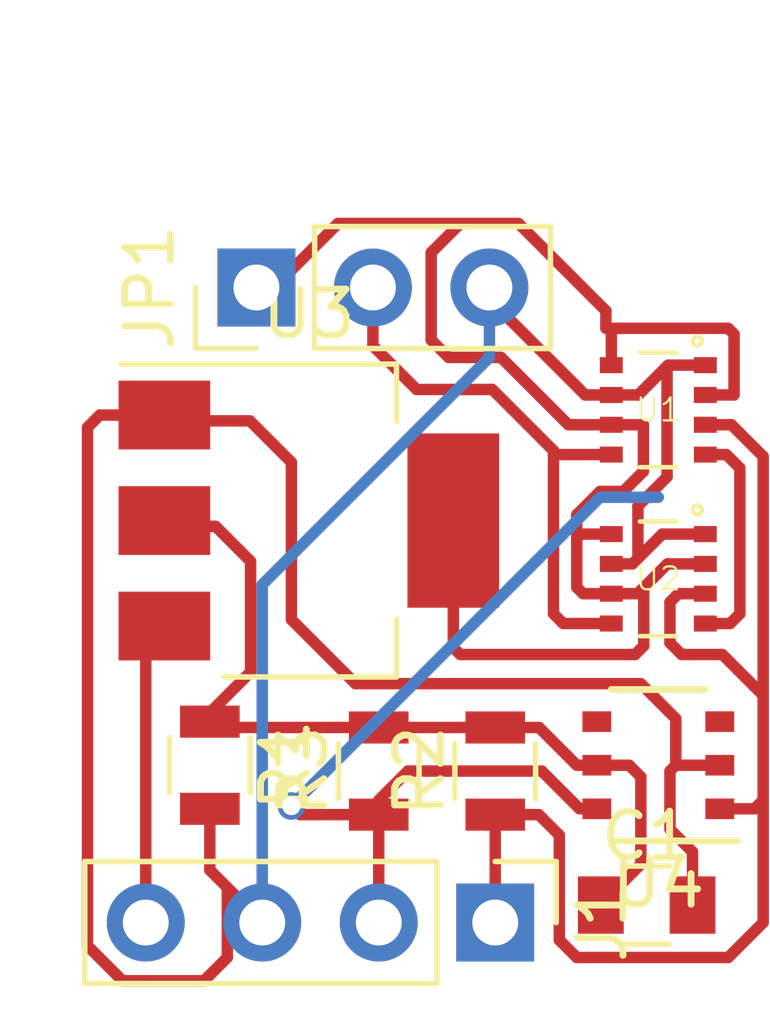
<source format=kicad_pcb>
(kicad_pcb (version 4) (host pcbnew 4.0.6-e0-6349~53~ubuntu16.04.1)

  (general
    (links 33)
    (no_connects 2)
    (area 0 0 0 0)
    (thickness 1.6)
    (drawings 0)
    (tracks 148)
    (zones 0)
    (modules 10)
    (nets 7)
  )

  (page A4)
  (layers
    (0 F.Cu signal)
    (31 B.Cu signal)
    (32 B.Adhes user)
    (33 F.Adhes user)
    (34 B.Paste user)
    (35 F.Paste user)
    (36 B.SilkS user)
    (37 F.SilkS user)
    (38 B.Mask user)
    (39 F.Mask user)
    (40 Dwgs.User user)
    (41 Cmts.User user)
    (42 Eco1.User user)
    (43 Eco2.User user)
    (44 Edge.Cuts user)
    (45 Margin user)
    (46 B.CrtYd user)
    (47 F.CrtYd user)
    (48 B.Fab user)
    (49 F.Fab user)
  )

  (setup
    (last_trace_width 0.25)
    (trace_clearance 0.2)
    (zone_clearance 0.508)
    (zone_45_only no)
    (trace_min 0.2)
    (segment_width 0.2)
    (edge_width 0.15)
    (via_size 1.6)
    (via_drill 0.8)
    (via_min_size 0.4)
    (via_min_drill 0.3)
    (uvia_size 0.3)
    (uvia_drill 0.1)
    (uvias_allowed no)
    (uvia_min_size 0.2)
    (uvia_min_drill 0.1)
    (pcb_text_width 0.3)
    (pcb_text_size 1.5 1.5)
    (mod_edge_width 0.15)
    (mod_text_size 1 1)
    (mod_text_width 0.15)
    (pad_size 1.524 1.524)
    (pad_drill 0.762)
    (pad_to_mask_clearance 0.2)
    (aux_axis_origin 0 0)
    (visible_elements FFFFFF7F)
    (pcbplotparams
      (layerselection 0x00030_80000001)
      (usegerberextensions false)
      (excludeedgelayer true)
      (linewidth 0.100000)
      (plotframeref false)
      (viasonmask false)
      (mode 1)
      (useauxorigin false)
      (hpglpennumber 1)
      (hpglpenspeed 20)
      (hpglpendiameter 15)
      (hpglpenoverlay 2)
      (psnegative false)
      (psa4output false)
      (plotreference true)
      (plotvalue true)
      (plotinvisibletext false)
      (padsonsilk false)
      (subtractmaskfromsilk false)
      (outputformat 1)
      (mirror false)
      (drillshape 1)
      (scaleselection 1)
      (outputdirectory ""))
  )

  (net 0 "")
  (net 1 +3V3)
  (net 2 GND)
  (net 3 SDA)
  (net 4 SCL)
  (net 5 +5V)
  (net 6 "Net-(JP1-Pad2)")

  (net_class Default "This is the default net class."
    (clearance 0.2)
    (trace_width 0.25)
    (via_dia 1.6)
    (via_drill 0.8)
    (uvia_dia 0.3)
    (uvia_drill 0.1)
    (add_net +3V3)
    (add_net +5V)
    (add_net GND)
    (add_net "Net-(JP1-Pad2)")
    (add_net SCL)
    (add_net SDA)
  )

  (module Housings_DFN_QFN:DFN-6-1EP_3x3mm_Pitch0.95mm (layer F.Cu) (tedit 596E07CE) (tstamp 596E07B0)
    (at 137.668 115.189 180)
    (descr "DFN6 3*3 MM, 0.95 PITCH; CASE 506AH-01 (see ON Semiconductor 506AH.PDF)")
    (tags "DFN 0.95")
    (path /596E0897)
    (attr smd)
    (fp_text reference U4 (at 0 -2.575 180) (layer F.SilkS)
      (effects (font (size 1 1) (thickness 0.15)))
    )
    (fp_text value SHT21 (at 0 2.575 180) (layer F.Fab)
      (effects (font (size 1 1) (thickness 0.15)))
    )
    (fp_line (start -0.5 -1.5) (end 1.5 -1.5) (layer F.Fab) (width 0.15))
    (fp_line (start 1.5 -1.5) (end 1.5 1.5) (layer F.Fab) (width 0.15))
    (fp_line (start 1.5 1.5) (end -1.5 1.5) (layer F.Fab) (width 0.15))
    (fp_line (start -1.5 1.5) (end -1.5 -0.5) (layer F.Fab) (width 0.15))
    (fp_line (start -1.5 -0.5) (end -0.5 -1.5) (layer F.Fab) (width 0.15))
    (fp_line (start -1.9 -1.85) (end -1.9 1.85) (layer F.CrtYd) (width 0.05))
    (fp_line (start 1.9 -1.85) (end 1.9 1.85) (layer F.CrtYd) (width 0.05))
    (fp_line (start -1.9 -1.85) (end 1.9 -1.85) (layer F.CrtYd) (width 0.05))
    (fp_line (start -1.9 1.85) (end 1.9 1.85) (layer F.CrtYd) (width 0.05))
    (fp_line (start -1.025 1.65) (end 1.025 1.65) (layer F.SilkS) (width 0.15))
    (fp_line (start -1.73 -1.65) (end 1.025 -1.65) (layer F.SilkS) (width 0.15))
    (pad 1 smd rect (at -1.34 -0.95 180) (size 0.63 0.45) (layers F.Cu F.Paste F.Mask)
      (net 3 SDA))
    (pad 2 smd rect (at -1.34 0 180) (size 0.63 0.45) (layers F.Cu F.Paste F.Mask)
      (net 2 GND))
    (pad 3 smd rect (at -1.34 0.95 180) (size 0.63 0.45) (layers F.Cu F.Paste F.Mask))
    (pad 4 smd rect (at 1.34 0.95 180) (size 0.63 0.45) (layers F.Cu F.Paste F.Mask))
    (pad 5 smd rect (at 1.34 0 180) (size 0.63 0.45) (layers F.Cu F.Paste F.Mask)
      (net 1 +3V3))
    (pad 6 smd rect (at 1.34 -0.95 180) (size 0.63 0.45) (layers F.Cu F.Paste F.Mask)
      (net 4 SCL))
    (model Housings_DFN_QFN.3dshapes/DFN-6-1EP_3x3mm_Pitch0.95mm.wrl
      (at (xyz 0 0 0))
      (scale (xyz 1 1 1))
      (rotate (xyz 0 0 0))
    )
  )

  (module TO_SOT_Packages_SMD:SOT-223 (layer F.Cu) (tedit 596E0775) (tstamp 596E07A2)
    (at 130.048 109.855)
    (descr "module CMS SOT223 4 pins")
    (tags "CMS SOT")
    (path /596DFE49)
    (attr smd)
    (fp_text reference U3 (at 0 -4.5) (layer F.SilkS)
      (effects (font (size 1 1) (thickness 0.15)))
    )
    (fp_text value LD1117S33TR (at 0 4.5) (layer F.Fab)
      (effects (font (size 1 1) (thickness 0.15)))
    )
    (fp_text user %R (at 0 0) (layer F.Fab)
      (effects (font (size 0.8 0.8) (thickness 0.12)))
    )
    (fp_line (start -1.85 -2.3) (end -0.8 -3.35) (layer F.Fab) (width 0.1))
    (fp_line (start 1.91 3.41) (end 1.91 2.15) (layer F.SilkS) (width 0.12))
    (fp_line (start 1.91 -3.41) (end 1.91 -2.15) (layer F.SilkS) (width 0.12))
    (fp_line (start 4.4 -3.6) (end -4.4 -3.6) (layer F.CrtYd) (width 0.05))
    (fp_line (start 4.4 3.6) (end 4.4 -3.6) (layer F.CrtYd) (width 0.05))
    (fp_line (start -4.4 3.6) (end 4.4 3.6) (layer F.CrtYd) (width 0.05))
    (fp_line (start -4.4 -3.6) (end -4.4 3.6) (layer F.CrtYd) (width 0.05))
    (fp_line (start -1.85 -2.3) (end -1.85 3.35) (layer F.Fab) (width 0.1))
    (fp_line (start -1.85 3.41) (end 1.91 3.41) (layer F.SilkS) (width 0.12))
    (fp_line (start -0.8 -3.35) (end 1.85 -3.35) (layer F.Fab) (width 0.1))
    (fp_line (start -4.1 -3.41) (end 1.91 -3.41) (layer F.SilkS) (width 0.12))
    (fp_line (start -1.85 3.35) (end 1.85 3.35) (layer F.Fab) (width 0.1))
    (fp_line (start 1.85 -3.35) (end 1.85 3.35) (layer F.Fab) (width 0.1))
    (pad 2 smd rect (at 3.15 0) (size 2 3.8) (layers F.Cu F.Paste F.Mask)
      (net 1 +3V3))
    (pad 2 smd rect (at -3.15 0) (size 2 1.5) (layers F.Cu F.Paste F.Mask)
      (net 1 +3V3))
    (pad 3 smd rect (at -3.15 2.3) (size 2 1.5) (layers F.Cu F.Paste F.Mask)
      (net 5 +5V))
    (pad 1 smd rect (at -3.15 -2.3) (size 2 1.5) (layers F.Cu F.Paste F.Mask)
      (net 2 GND))
    (model ${KISYS3DMOD}/TO_SOT_Packages_SMD.3dshapes/SOT-223.wrl
      (at (xyz 0 0 0))
      (scale (xyz 1 1 1))
      (rotate (xyz 0 0 0))
    )
  )

  (module Capacitors_SMD:C_0805 (layer F.Cu) (tedit 58AA8463) (tstamp 596E0761)
    (at 137.414 118.237)
    (descr "Capacitor SMD 0805, reflow soldering, AVX (see smccp.pdf)")
    (tags "capacitor 0805")
    (path /596DFFD0)
    (attr smd)
    (fp_text reference C1 (at 0 -1.5) (layer F.SilkS)
      (effects (font (size 1 1) (thickness 0.15)))
    )
    (fp_text value C (at 0 1.75) (layer F.Fab)
      (effects (font (size 1 1) (thickness 0.15)))
    )
    (fp_text user %R (at 0 -1.5) (layer F.Fab)
      (effects (font (size 1 1) (thickness 0.15)))
    )
    (fp_line (start -1 0.62) (end -1 -0.62) (layer F.Fab) (width 0.1))
    (fp_line (start 1 0.62) (end -1 0.62) (layer F.Fab) (width 0.1))
    (fp_line (start 1 -0.62) (end 1 0.62) (layer F.Fab) (width 0.1))
    (fp_line (start -1 -0.62) (end 1 -0.62) (layer F.Fab) (width 0.1))
    (fp_line (start 0.5 -0.85) (end -0.5 -0.85) (layer F.SilkS) (width 0.12))
    (fp_line (start -0.5 0.85) (end 0.5 0.85) (layer F.SilkS) (width 0.12))
    (fp_line (start -1.75 -0.88) (end 1.75 -0.88) (layer F.CrtYd) (width 0.05))
    (fp_line (start -1.75 -0.88) (end -1.75 0.87) (layer F.CrtYd) (width 0.05))
    (fp_line (start 1.75 0.87) (end 1.75 -0.88) (layer F.CrtYd) (width 0.05))
    (fp_line (start 1.75 0.87) (end -1.75 0.87) (layer F.CrtYd) (width 0.05))
    (pad 1 smd rect (at -1 0) (size 1 1.25) (layers F.Cu F.Paste F.Mask)
      (net 1 +3V3))
    (pad 2 smd rect (at 1 0) (size 1 1.25) (layers F.Cu F.Paste F.Mask)
      (net 2 GND))
    (model Capacitors_SMD.3dshapes/C_0805.wrl
      (at (xyz 0 0 0))
      (scale (xyz 1 1 1))
      (rotate (xyz 0 0 0))
    )
  )

  (module Pin_Headers:Pin_Header_Straight_1x04_Pitch2.54mm (layer F.Cu) (tedit 59650532) (tstamp 596E0769)
    (at 134.112 118.618 270)
    (descr "Through hole straight pin header, 1x04, 2.54mm pitch, single row")
    (tags "Through hole pin header THT 1x04 2.54mm single row")
    (path /596DFEA8)
    (fp_text reference J1 (at 0 -2.33 270) (layer F.SilkS)
      (effects (font (size 1 1) (thickness 0.15)))
    )
    (fp_text value i2c (at 0 9.95 270) (layer F.Fab)
      (effects (font (size 1 1) (thickness 0.15)))
    )
    (fp_line (start -0.635 -1.27) (end 1.27 -1.27) (layer F.Fab) (width 0.1))
    (fp_line (start 1.27 -1.27) (end 1.27 8.89) (layer F.Fab) (width 0.1))
    (fp_line (start 1.27 8.89) (end -1.27 8.89) (layer F.Fab) (width 0.1))
    (fp_line (start -1.27 8.89) (end -1.27 -0.635) (layer F.Fab) (width 0.1))
    (fp_line (start -1.27 -0.635) (end -0.635 -1.27) (layer F.Fab) (width 0.1))
    (fp_line (start -1.33 8.95) (end 1.33 8.95) (layer F.SilkS) (width 0.12))
    (fp_line (start -1.33 1.27) (end -1.33 8.95) (layer F.SilkS) (width 0.12))
    (fp_line (start 1.33 1.27) (end 1.33 8.95) (layer F.SilkS) (width 0.12))
    (fp_line (start -1.33 1.27) (end 1.33 1.27) (layer F.SilkS) (width 0.12))
    (fp_line (start -1.33 0) (end -1.33 -1.33) (layer F.SilkS) (width 0.12))
    (fp_line (start -1.33 -1.33) (end 0 -1.33) (layer F.SilkS) (width 0.12))
    (fp_line (start -1.8 -1.8) (end -1.8 9.4) (layer F.CrtYd) (width 0.05))
    (fp_line (start -1.8 9.4) (end 1.8 9.4) (layer F.CrtYd) (width 0.05))
    (fp_line (start 1.8 9.4) (end 1.8 -1.8) (layer F.CrtYd) (width 0.05))
    (fp_line (start 1.8 -1.8) (end -1.8 -1.8) (layer F.CrtYd) (width 0.05))
    (fp_text user %R (at 0 3.81 360) (layer F.Fab)
      (effects (font (size 1 1) (thickness 0.15)))
    )
    (pad 1 thru_hole rect (at 0 0 270) (size 1.7 1.7) (drill 1) (layers *.Cu *.Mask)
      (net 3 SDA))
    (pad 2 thru_hole oval (at 0 2.54 270) (size 1.7 1.7) (drill 1) (layers *.Cu *.Mask)
      (net 4 SCL))
    (pad 3 thru_hole oval (at 0 5.08 270) (size 1.7 1.7) (drill 1) (layers *.Cu *.Mask)
      (net 2 GND))
    (pad 4 thru_hole oval (at 0 7.62 270) (size 1.7 1.7) (drill 1) (layers *.Cu *.Mask)
      (net 5 +5V))
    (model ${KISYS3DMOD}/Pin_Headers.3dshapes/Pin_Header_Straight_1x04_Pitch2.54mm.wrl
      (at (xyz 0 0 0))
      (scale (xyz 1 1 1))
      (rotate (xyz 0 0 0))
    )
  )

  (module Resistors_SMD:R_0805 (layer F.Cu) (tedit 58E0A804) (tstamp 596E0776)
    (at 127.889 115.189 270)
    (descr "Resistor SMD 0805, reflow soldering, Vishay (see dcrcw.pdf)")
    (tags "resistor 0805")
    (path /596E00CB)
    (attr smd)
    (fp_text reference R1 (at 0 -1.65 270) (layer F.SilkS)
      (effects (font (size 1 1) (thickness 0.15)))
    )
    (fp_text value R (at 0 1.75 270) (layer F.Fab)
      (effects (font (size 1 1) (thickness 0.15)))
    )
    (fp_text user %R (at 0 0 270) (layer F.Fab)
      (effects (font (size 0.5 0.5) (thickness 0.075)))
    )
    (fp_line (start -1 0.62) (end -1 -0.62) (layer F.Fab) (width 0.1))
    (fp_line (start 1 0.62) (end -1 0.62) (layer F.Fab) (width 0.1))
    (fp_line (start 1 -0.62) (end 1 0.62) (layer F.Fab) (width 0.1))
    (fp_line (start -1 -0.62) (end 1 -0.62) (layer F.Fab) (width 0.1))
    (fp_line (start 0.6 0.88) (end -0.6 0.88) (layer F.SilkS) (width 0.12))
    (fp_line (start -0.6 -0.88) (end 0.6 -0.88) (layer F.SilkS) (width 0.12))
    (fp_line (start -1.55 -0.9) (end 1.55 -0.9) (layer F.CrtYd) (width 0.05))
    (fp_line (start -1.55 -0.9) (end -1.55 0.9) (layer F.CrtYd) (width 0.05))
    (fp_line (start 1.55 0.9) (end 1.55 -0.9) (layer F.CrtYd) (width 0.05))
    (fp_line (start 1.55 0.9) (end -1.55 0.9) (layer F.CrtYd) (width 0.05))
    (pad 1 smd rect (at -0.95 0 270) (size 0.7 1.3) (layers F.Cu F.Paste F.Mask)
      (net 1 +3V3))
    (pad 2 smd rect (at 0.95 0 270) (size 0.7 1.3) (layers F.Cu F.Paste F.Mask)
      (net 2 GND))
    (model ${KISYS3DMOD}/Resistors_SMD.3dshapes/R_0805.wrl
      (at (xyz 0 0 0))
      (scale (xyz 1 1 1))
      (rotate (xyz 0 0 0))
    )
  )

  (module Resistors_SMD:R_0805 (layer F.Cu) (tedit 58E0A804) (tstamp 596E077C)
    (at 134.112 115.316 90)
    (descr "Resistor SMD 0805, reflow soldering, Vishay (see dcrcw.pdf)")
    (tags "resistor 0805")
    (path /596E002D)
    (attr smd)
    (fp_text reference R2 (at 0 -1.65 90) (layer F.SilkS)
      (effects (font (size 1 1) (thickness 0.15)))
    )
    (fp_text value R (at 0 1.75 90) (layer F.Fab)
      (effects (font (size 1 1) (thickness 0.15)))
    )
    (fp_text user %R (at 0 0 90) (layer F.Fab)
      (effects (font (size 0.5 0.5) (thickness 0.075)))
    )
    (fp_line (start -1 0.62) (end -1 -0.62) (layer F.Fab) (width 0.1))
    (fp_line (start 1 0.62) (end -1 0.62) (layer F.Fab) (width 0.1))
    (fp_line (start 1 -0.62) (end 1 0.62) (layer F.Fab) (width 0.1))
    (fp_line (start -1 -0.62) (end 1 -0.62) (layer F.Fab) (width 0.1))
    (fp_line (start 0.6 0.88) (end -0.6 0.88) (layer F.SilkS) (width 0.12))
    (fp_line (start -0.6 -0.88) (end 0.6 -0.88) (layer F.SilkS) (width 0.12))
    (fp_line (start -1.55 -0.9) (end 1.55 -0.9) (layer F.CrtYd) (width 0.05))
    (fp_line (start -1.55 -0.9) (end -1.55 0.9) (layer F.CrtYd) (width 0.05))
    (fp_line (start 1.55 0.9) (end 1.55 -0.9) (layer F.CrtYd) (width 0.05))
    (fp_line (start 1.55 0.9) (end -1.55 0.9) (layer F.CrtYd) (width 0.05))
    (pad 1 smd rect (at -0.95 0 90) (size 0.7 1.3) (layers F.Cu F.Paste F.Mask)
      (net 3 SDA))
    (pad 2 smd rect (at 0.95 0 90) (size 0.7 1.3) (layers F.Cu F.Paste F.Mask)
      (net 1 +3V3))
    (model ${KISYS3DMOD}/Resistors_SMD.3dshapes/R_0805.wrl
      (at (xyz 0 0 0))
      (scale (xyz 1 1 1))
      (rotate (xyz 0 0 0))
    )
  )

  (module Resistors_SMD:R_0805 (layer F.Cu) (tedit 58E0A804) (tstamp 596E0782)
    (at 131.572 115.316 90)
    (descr "Resistor SMD 0805, reflow soldering, Vishay (see dcrcw.pdf)")
    (tags "resistor 0805")
    (path /596E008C)
    (attr smd)
    (fp_text reference R3 (at 0 -1.65 90) (layer F.SilkS)
      (effects (font (size 1 1) (thickness 0.15)))
    )
    (fp_text value R (at 0 1.75 90) (layer F.Fab)
      (effects (font (size 1 1) (thickness 0.15)))
    )
    (fp_text user %R (at 0 0 90) (layer F.Fab)
      (effects (font (size 0.5 0.5) (thickness 0.075)))
    )
    (fp_line (start -1 0.62) (end -1 -0.62) (layer F.Fab) (width 0.1))
    (fp_line (start 1 0.62) (end -1 0.62) (layer F.Fab) (width 0.1))
    (fp_line (start 1 -0.62) (end 1 0.62) (layer F.Fab) (width 0.1))
    (fp_line (start -1 -0.62) (end 1 -0.62) (layer F.Fab) (width 0.1))
    (fp_line (start 0.6 0.88) (end -0.6 0.88) (layer F.SilkS) (width 0.12))
    (fp_line (start -0.6 -0.88) (end 0.6 -0.88) (layer F.SilkS) (width 0.12))
    (fp_line (start -1.55 -0.9) (end 1.55 -0.9) (layer F.CrtYd) (width 0.05))
    (fp_line (start -1.55 -0.9) (end -1.55 0.9) (layer F.CrtYd) (width 0.05))
    (fp_line (start 1.55 0.9) (end 1.55 -0.9) (layer F.CrtYd) (width 0.05))
    (fp_line (start 1.55 0.9) (end -1.55 0.9) (layer F.CrtYd) (width 0.05))
    (pad 1 smd rect (at -0.95 0 90) (size 0.7 1.3) (layers F.Cu F.Paste F.Mask)
      (net 4 SCL))
    (pad 2 smd rect (at 0.95 0 90) (size 0.7 1.3) (layers F.Cu F.Paste F.Mask)
      (net 1 +3V3))
    (model ${KISYS3DMOD}/Resistors_SMD.3dshapes/R_0805.wrl
      (at (xyz 0 0 0))
      (scale (xyz 1 1 1))
      (rotate (xyz 0 0 0))
    )
  )

  (module bosch:BME280 (layer F.Cu) (tedit 5860E766) (tstamp 596E078E)
    (at 137.668 107.442)
    (path /596E0124)
    (attr smd)
    (fp_text reference U1 (at 0 0) (layer F.SilkS)
      (effects (font (size 0.5 0.5) (thickness 0.05)))
    )
    (fp_text value BMXX80 (at 0 0) (layer F.Fab)
      (effects (font (size 0.5 0.5) (thickness 0.05)))
    )
    (fp_line (start -0.4 1.25) (end 0.4 1.25) (layer F.SilkS) (width 0.1))
    (fp_line (start -0.4 -1.25) (end 0.4 -1.25) (layer F.SilkS) (width 0.1))
    (fp_circle (center 0.85 -1.5) (end 0.85 -1.6) (layer F.SilkS) (width 0.1))
    (pad 1 smd rect (at 1.025 -0.975) (size 0.5 0.35) (layers F.Cu F.Paste F.Mask)
      (net 2 GND))
    (pad 2 smd rect (at 1.025 -0.325) (size 0.5 0.35) (layers F.Cu F.Paste F.Mask)
      (net 1 +3V3))
    (pad 3 smd rect (at 1.025 0.325) (size 0.5 0.35) (layers F.Cu F.Paste F.Mask)
      (net 3 SDA))
    (pad 4 smd rect (at 1.025 0.975) (size 0.5 0.35) (layers F.Cu F.Paste F.Mask)
      (net 4 SCL))
    (pad 5 smd rect (at -1.025 0.975) (size 0.5 0.35) (layers F.Cu F.Paste F.Mask)
      (net 6 "Net-(JP1-Pad2)"))
    (pad 6 smd rect (at -1.025 0.325) (size 0.5 0.35) (layers F.Cu F.Paste F.Mask)
      (net 1 +3V3))
    (pad 7 smd rect (at -1.025 -0.325) (size 0.5 0.35) (layers F.Cu F.Paste F.Mask)
      (net 2 GND))
    (pad 8 smd rect (at -1.025 -0.975) (size 0.5 0.35) (layers F.Cu F.Paste F.Mask)
      (net 1 +3V3))
    (model Housings_DFN_QFN.3dshapes/DFN-8-1EP_2x2mm_Pitch0.5mm.wrl
      (at (xyz 0 0 0))
      (scale (xyz 1.2 1.2 1.2))
      (rotate (xyz 0 0 0))
    )
  )

  (module bosch:BME280 (layer F.Cu) (tedit 5860E766) (tstamp 596E079A)
    (at 137.668 111.125)
    (path /596E0098)
    (attr smd)
    (fp_text reference U2 (at 0 0) (layer F.SilkS)
      (effects (font (size 0.5 0.5) (thickness 0.05)))
    )
    (fp_text value BMXX80 (at 0 0) (layer F.Fab)
      (effects (font (size 0.5 0.5) (thickness 0.05)))
    )
    (fp_line (start -0.4 1.25) (end 0.4 1.25) (layer F.SilkS) (width 0.1))
    (fp_line (start -0.4 -1.25) (end 0.4 -1.25) (layer F.SilkS) (width 0.1))
    (fp_circle (center 0.85 -1.5) (end 0.85 -1.6) (layer F.SilkS) (width 0.1))
    (pad 1 smd rect (at 1.025 -0.975) (size 0.5 0.35) (layers F.Cu F.Paste F.Mask)
      (net 2 GND))
    (pad 2 smd rect (at 1.025 -0.325) (size 0.5 0.35) (layers F.Cu F.Paste F.Mask)
      (net 1 +3V3))
    (pad 3 smd rect (at 1.025 0.325) (size 0.5 0.35) (layers F.Cu F.Paste F.Mask)
      (net 3 SDA))
    (pad 4 smd rect (at 1.025 0.975) (size 0.5 0.35) (layers F.Cu F.Paste F.Mask)
      (net 4 SCL))
    (pad 5 smd rect (at -1.025 0.975) (size 0.5 0.35) (layers F.Cu F.Paste F.Mask)
      (net 6 "Net-(JP1-Pad2)"))
    (pad 6 smd rect (at -1.025 0.325) (size 0.5 0.35) (layers F.Cu F.Paste F.Mask)
      (net 1 +3V3))
    (pad 7 smd rect (at -1.025 -0.325) (size 0.5 0.35) (layers F.Cu F.Paste F.Mask)
      (net 2 GND))
    (pad 8 smd rect (at -1.025 -0.975) (size 0.5 0.35) (layers F.Cu F.Paste F.Mask)
      (net 1 +3V3))
    (model Housings_DFN_QFN.3dshapes/DFN-8-1EP_2x2mm_Pitch0.5mm.wrl
      (at (xyz 0 0 0))
      (scale (xyz 1.2 1.2 1.2))
      (rotate (xyz 0 0 0))
    )
  )

  (module Pin_Headers:Pin_Header_Straight_1x03_Pitch2.54mm (layer F.Cu) (tedit 59650532) (tstamp 596E34AD)
    (at 128.905 104.775 90)
    (descr "Through hole straight pin header, 1x03, 2.54mm pitch, single row")
    (tags "Through hole pin header THT 1x03 2.54mm single row")
    (path /596E1486)
    (fp_text reference JP1 (at 0 -2.33 90) (layer F.SilkS)
      (effects (font (size 1 1) (thickness 0.15)))
    )
    (fp_text value Jumper_NC_Dual (at 0 7.41 90) (layer F.Fab)
      (effects (font (size 1 1) (thickness 0.15)))
    )
    (fp_line (start -0.635 -1.27) (end 1.27 -1.27) (layer F.Fab) (width 0.1))
    (fp_line (start 1.27 -1.27) (end 1.27 6.35) (layer F.Fab) (width 0.1))
    (fp_line (start 1.27 6.35) (end -1.27 6.35) (layer F.Fab) (width 0.1))
    (fp_line (start -1.27 6.35) (end -1.27 -0.635) (layer F.Fab) (width 0.1))
    (fp_line (start -1.27 -0.635) (end -0.635 -1.27) (layer F.Fab) (width 0.1))
    (fp_line (start -1.33 6.41) (end 1.33 6.41) (layer F.SilkS) (width 0.12))
    (fp_line (start -1.33 1.27) (end -1.33 6.41) (layer F.SilkS) (width 0.12))
    (fp_line (start 1.33 1.27) (end 1.33 6.41) (layer F.SilkS) (width 0.12))
    (fp_line (start -1.33 1.27) (end 1.33 1.27) (layer F.SilkS) (width 0.12))
    (fp_line (start -1.33 0) (end -1.33 -1.33) (layer F.SilkS) (width 0.12))
    (fp_line (start -1.33 -1.33) (end 0 -1.33) (layer F.SilkS) (width 0.12))
    (fp_line (start -1.8 -1.8) (end -1.8 6.85) (layer F.CrtYd) (width 0.05))
    (fp_line (start -1.8 6.85) (end 1.8 6.85) (layer F.CrtYd) (width 0.05))
    (fp_line (start 1.8 6.85) (end 1.8 -1.8) (layer F.CrtYd) (width 0.05))
    (fp_line (start 1.8 -1.8) (end -1.8 -1.8) (layer F.CrtYd) (width 0.05))
    (fp_text user %R (at 0 2.54 180) (layer F.Fab)
      (effects (font (size 1 1) (thickness 0.15)))
    )
    (pad 1 thru_hole rect (at 0 0 90) (size 1.7 1.7) (drill 1) (layers *.Cu *.Mask)
      (net 1 +3V3))
    (pad 2 thru_hole oval (at 0 2.54 90) (size 1.7 1.7) (drill 1) (layers *.Cu *.Mask)
      (net 6 "Net-(JP1-Pad2)"))
    (pad 3 thru_hole oval (at 0 5.08 90) (size 1.7 1.7) (drill 1) (layers *.Cu *.Mask)
      (net 2 GND))
    (model ${KISYS3DMOD}/Pin_Headers.3dshapes/Pin_Header_Straight_1x03_Pitch2.54mm.wrl
      (at (xyz 0 0 0))
      (scale (xyz 1 1 1))
      (rotate (xyz 0 0 0))
    )
  )

  (segment (start 136.414 118.237) (end 136.414 118.221) (width 0.25) (layer F.Cu) (net 1) (status C00000))
  (segment (start 136.414 118.221) (end 137.287 117.348) (width 0.25) (layer F.Cu) (net 1) (tstamp 596E35E8) (status 400000))
  (segment (start 137.287 117.348) (end 137.287 115.443) (width 0.25) (layer F.Cu) (net 1) (tstamp 596E35EB))
  (segment (start 137.287 115.443) (end 137.033 115.189) (width 0.25) (layer F.Cu) (net 1) (tstamp 596E35ED))
  (segment (start 137.033 115.189) (end 136.328 115.189) (width 0.25) (layer F.Cu) (net 1) (tstamp 596E35EE) (status 800000))
  (segment (start 128.905 104.775) (end 129.286 104.775) (width 0.25) (layer F.Cu) (net 1) (status C00000))
  (segment (start 129.286 104.775) (end 130.683 103.378) (width 0.25) (layer F.Cu) (net 1) (tstamp 596E35B1) (status 400000))
  (segment (start 130.683 103.378) (end 133.477 103.378) (width 0.25) (layer F.Cu) (net 1) (tstamp 596E35B2))
  (segment (start 136.643 107.767) (end 135.707 107.767) (width 0.25) (layer F.Cu) (net 1))
  (segment (start 135.707 107.767) (end 135.128 107.188) (width 0.25) (layer F.Cu) (net 1) (tstamp 596E34E7))
  (segment (start 136.643 106.467) (end 136.643 105.664) (width 0.25) (layer F.Cu) (net 1))
  (segment (start 136.643 105.664) (end 136.652 105.664) (width 0.25) (layer F.Cu) (net 1) (tstamp 596E34DE))
  (segment (start 136.525 105.283) (end 136.525 105.664) (width 0.25) (layer F.Cu) (net 1) (tstamp 596E34D7))
  (segment (start 134.62 103.378) (end 136.525 105.283) (width 0.25) (layer F.Cu) (net 1) (tstamp 596E34D6))
  (segment (start 133.35 103.378) (end 133.477 103.378) (width 0.25) (layer F.Cu) (net 1) (tstamp 596E34D5))
  (segment (start 133.477 103.378) (end 134.62 103.378) (width 0.25) (layer F.Cu) (net 1) (tstamp 596E35B6))
  (segment (start 132.715 104.013) (end 133.35 103.378) (width 0.25) (layer F.Cu) (net 1) (tstamp 596E34D2))
  (segment (start 132.715 105.918) (end 132.715 104.013) (width 0.25) (layer F.Cu) (net 1) (tstamp 596E34D0))
  (segment (start 133.096 106.299) (end 132.715 105.918) (width 0.25) (layer F.Cu) (net 1) (tstamp 596E34CF))
  (segment (start 134.239 106.299) (end 133.096 106.299) (width 0.25) (layer F.Cu) (net 1) (tstamp 596E34CD))
  (segment (start 135.128 107.188) (end 134.239 106.299) (width 0.25) (layer F.Cu) (net 1) (tstamp 596E34EB))
  (segment (start 137.3505 111.3155) (end 137.3505 112.5855) (width 0.25) (layer F.Cu) (net 1))
  (segment (start 133.198 112.624) (end 133.198 109.855) (width 0.25) (layer F.Cu) (net 1) (tstamp 596E0D0E))
  (segment (start 133.35 112.776) (end 133.198 112.624) (width 0.25) (layer F.Cu) (net 1) (tstamp 596E0D0D))
  (segment (start 137.16 112.776) (end 133.35 112.776) (width 0.25) (layer F.Cu) (net 1) (tstamp 596E0D0C))
  (segment (start 137.3505 112.5855) (end 137.16 112.776) (width 0.25) (layer F.Cu) (net 1) (tstamp 596E0D0B))
  (segment (start 127.889 114.239) (end 127.889 114.046) (width 0.25) (layer F.Cu) (net 1))
  (segment (start 127.889 114.046) (end 128.778 113.157) (width 0.25) (layer F.Cu) (net 1) (tstamp 596E0C7A))
  (segment (start 129.794 114.366) (end 128.016 114.366) (width 0.25) (layer F.Cu) (net 1))
  (segment (start 128.016 114.366) (end 127.889 114.239) (width 0.25) (layer F.Cu) (net 1) (tstamp 596E0C77))
  (segment (start 139.319 107.117) (end 139.319 105.791) (width 0.25) (layer F.Cu) (net 1))
  (segment (start 139.319 105.791) (end 139.192 105.664) (width 0.25) (layer F.Cu) (net 1) (tstamp 596E0BFB))
  (segment (start 139.319 107.117) (end 138.693 107.117) (width 0.25) (layer F.Cu) (net 1) (tstamp 596E0BF9))
  (segment (start 136.652 105.664) (end 139.192 105.664) (width 0.25) (layer F.Cu) (net 1) (tstamp 596E34E1))
  (segment (start 136.525 105.664) (end 136.652 105.664) (width 0.25) (layer F.Cu) (net 1) (tstamp 596E34DC))
  (segment (start 135.89 110.236) (end 135.89 109.728) (width 0.25) (layer F.Cu) (net 1))
  (segment (start 137.343 108.783) (end 137.343 107.767) (width 0.25) (layer F.Cu) (net 1) (tstamp 596E0AE2))
  (segment (start 136.906 109.22) (end 137.343 108.783) (width 0.25) (layer F.Cu) (net 1) (tstamp 596E0AE0))
  (segment (start 136.398 109.22) (end 136.906 109.22) (width 0.25) (layer F.Cu) (net 1) (tstamp 596E0ADF))
  (segment (start 135.89 109.728) (end 136.398 109.22) (width 0.25) (layer F.Cu) (net 1) (tstamp 596E0ADE))
  (segment (start 136.643 111.45) (end 136.030002 111.45) (width 0.25) (layer F.Cu) (net 1))
  (segment (start 135.976 110.15) (end 136.643 110.15) (width 0.25) (layer F.Cu) (net 1) (tstamp 596E0AD4))
  (segment (start 135.89 110.236) (end 135.976 110.15) (width 0.25) (layer F.Cu) (net 1) (tstamp 596E0AD3))
  (segment (start 135.89 111.309998) (end 135.89 110.236) (width 0.25) (layer F.Cu) (net 1) (tstamp 596E0AD1))
  (segment (start 136.030002 111.45) (end 135.89 111.309998) (width 0.25) (layer F.Cu) (net 1) (tstamp 596E0ACF))
  (segment (start 134.112 114.366) (end 135.067 114.366) (width 0.25) (layer F.Cu) (net 1))
  (segment (start 135.89 115.189) (end 136.328 115.189) (width 0.25) (layer F.Cu) (net 1) (tstamp 596E0A64))
  (segment (start 135.067 114.366) (end 135.89 115.189) (width 0.25) (layer F.Cu) (net 1) (tstamp 596E0A63))
  (segment (start 134.112 114.366) (end 131.572 114.366) (width 0.25) (layer F.Cu) (net 1))
  (segment (start 131.572 114.366) (end 129.794 114.366) (width 0.25) (layer F.Cu) (net 1))
  (segment (start 128.778 113.157) (end 128.778 110.744) (width 0.25) (layer F.Cu) (net 1) (tstamp 596E0C7D))
  (segment (start 128.016 109.982) (end 126.263 109.982) (width 0.25) (layer F.Cu) (net 1) (tstamp 596E0A33))
  (segment (start 128.778 110.744) (end 128.016 109.982) (width 0.25) (layer F.Cu) (net 1) (tstamp 596E0A2F))
  (segment (start 136.643 111.45) (end 137.216 111.45) (width 0.25) (layer F.Cu) (net 1))
  (segment (start 137.216 111.45) (end 137.3505 111.3155) (width 0.25) (layer F.Cu) (net 1) (tstamp 596E09E6))
  (segment (start 137.3505 111.3155) (end 137.866 110.8) (width 0.25) (layer F.Cu) (net 1) (tstamp 596E0D09))
  (segment (start 137.866 110.8) (end 138.693 110.8) (width 0.25) (layer F.Cu) (net 1) (tstamp 596E09E7))
  (segment (start 136.643 107.767) (end 137.343 107.767) (width 0.25) (layer F.Cu) (net 1))
  (segment (start 133.985 104.775) (end 133.985 106.299) (width 0.25) (layer B.Cu) (net 2) (status 400000))
  (segment (start 129.032 111.252) (end 129.032 118.618) (width 0.25) (layer B.Cu) (net 2) (tstamp 596E3629) (status 800000))
  (segment (start 133.985 106.299) (end 129.032 111.252) (width 0.25) (layer B.Cu) (net 2) (tstamp 596E3626))
  (segment (start 137.2235 110.6805) (end 137.2235 109.538898) (width 0.25) (layer F.Cu) (net 2))
  (segment (start 137.2235 109.538898) (end 137.8585 108.903898) (width 0.25) (layer F.Cu) (net 2) (tstamp 596E3530))
  (segment (start 136.643 107.117) (end 136.073 107.117) (width 0.25) (layer F.Cu) (net 2))
  (segment (start 136.073 107.117) (end 133.985 105.029) (width 0.25) (layer F.Cu) (net 2) (tstamp 596E34ED))
  (segment (start 133.985 105.029) (end 133.985 104.775) (width 0.25) (layer F.Cu) (net 2) (tstamp 596E34EE))
  (segment (start 129.667 110.998) (end 129.667 112.014) (width 0.25) (layer F.Cu) (net 2))
  (segment (start 131.064 113.411) (end 137.287 113.411) (width 0.25) (layer F.Cu) (net 2) (tstamp 596E0CF7))
  (segment (start 129.667 112.014) (end 131.064 113.411) (width 0.25) (layer F.Cu) (net 2) (tstamp 596E0CF5))
  (segment (start 126.898 107.555) (end 125.49 107.555) (width 0.25) (layer F.Cu) (net 2))
  (segment (start 128.27 119.38) (end 128.27 117.856) (width 0.25) (layer F.Cu) (net 2) (tstamp 596E0CD2))
  (segment (start 127.762 119.888) (end 128.27 119.38) (width 0.25) (layer F.Cu) (net 2) (tstamp 596E0CCE))
  (segment (start 125.984 119.888) (end 127.762 119.888) (width 0.25) (layer F.Cu) (net 2) (tstamp 596E0CCB))
  (segment (start 125.222 119.126) (end 125.984 119.888) (width 0.25) (layer F.Cu) (net 2) (tstamp 596E0CC9))
  (segment (start 125.222 107.823) (end 125.222 119.126) (width 0.25) (layer F.Cu) (net 2) (tstamp 596E0CC0))
  (segment (start 125.49 107.555) (end 125.222 107.823) (width 0.25) (layer F.Cu) (net 2) (tstamp 596E0CBF))
  (segment (start 138.049 115.189) (end 138.049 114.173) (width 0.25) (layer F.Cu) (net 2))
  (segment (start 138.049 114.173) (end 137.287 113.411) (width 0.25) (layer F.Cu) (net 2) (tstamp 596E0CA1))
  (segment (start 128.764 107.682) (end 126.263 107.682) (width 0.25) (layer F.Cu) (net 2) (tstamp 596E0CAC))
  (segment (start 129.667 108.585) (end 128.764 107.682) (width 0.25) (layer F.Cu) (net 2) (tstamp 596E0CAB))
  (segment (start 129.667 110.998) (end 129.667 108.585) (width 0.25) (layer F.Cu) (net 2) (tstamp 596E0CF3))
  (segment (start 127.889 116.139) (end 127.889 117.475) (width 0.25) (layer F.Cu) (net 2))
  (segment (start 127.889 117.475) (end 128.27 117.856) (width 0.25) (layer F.Cu) (net 2) (tstamp 596E0C80))
  (segment (start 128.27 117.856) (end 129.032 118.618) (width 0.25) (layer F.Cu) (net 2) (tstamp 596E0CD7))
  (segment (start 139.008 115.189) (end 138.049 115.189) (width 0.25) (layer F.Cu) (net 2))
  (segment (start 138.414 117.078) (end 138.414 118.237) (width 0.25) (layer F.Cu) (net 2) (tstamp 596E0BDB))
  (segment (start 137.922 116.586) (end 138.414 117.078) (width 0.25) (layer F.Cu) (net 2) (tstamp 596E0BDA))
  (segment (start 137.922 115.316) (end 137.922 116.586) (width 0.25) (layer F.Cu) (net 2) (tstamp 596E0BD9))
  (segment (start 138.049 115.189) (end 137.922 115.316) (width 0.25) (layer F.Cu) (net 2) (tstamp 596E0BD6))
  (segment (start 137.8585 106.4895) (end 137.8585 108.903898) (width 0.25) (layer F.Cu) (net 2))
  (segment (start 136.643 110.8) (end 137.104 110.8) (width 0.25) (layer F.Cu) (net 2))
  (segment (start 137.104 110.8) (end 137.2235 110.6805) (width 0.25) (layer F.Cu) (net 2) (tstamp 596E09E2))
  (segment (start 137.2235 110.6805) (end 137.754 110.15) (width 0.25) (layer F.Cu) (net 2) (tstamp 596E352E))
  (segment (start 137.754 110.15) (end 138.693 110.15) (width 0.25) (layer F.Cu) (net 2) (tstamp 596E09E3))
  (segment (start 136.643 107.117) (end 137.231 107.117) (width 0.25) (layer F.Cu) (net 2))
  (segment (start 137.231 107.117) (end 137.8585 106.4895) (width 0.25) (layer F.Cu) (net 2) (tstamp 596E09CE))
  (segment (start 137.8585 106.4895) (end 137.881 106.467) (width 0.25) (layer F.Cu) (net 2) (tstamp 596E0B3F))
  (segment (start 137.881 106.467) (end 138.693 106.467) (width 0.25) (layer F.Cu) (net 2) (tstamp 596E09D3))
  (segment (start 137.922 112.522) (end 137.922 111.633) (width 0.25) (layer F.Cu) (net 3))
  (segment (start 138.693 107.767) (end 139.263 107.767) (width 0.25) (layer F.Cu) (net 3))
  (segment (start 139.954 108.458) (end 139.954 113.665) (width 0.25) (layer F.Cu) (net 3) (tstamp 596E0C4C))
  (segment (start 139.263 107.767) (end 139.954 108.458) (width 0.25) (layer F.Cu) (net 3) (tstamp 596E0C49))
  (segment (start 139.954 114.3) (end 139.954 113.665) (width 0.25) (layer F.Cu) (net 3))
  (segment (start 138.105 111.45) (end 138.693 111.45) (width 0.25) (layer F.Cu) (net 3) (tstamp 596E0C39))
  (segment (start 137.922 111.633) (end 138.105 111.45) (width 0.25) (layer F.Cu) (net 3) (tstamp 596E0D07))
  (segment (start 138.176 112.776) (end 137.922 112.522) (width 0.25) (layer F.Cu) (net 3) (tstamp 596E0C36))
  (segment (start 139.065 112.776) (end 138.176 112.776) (width 0.25) (layer F.Cu) (net 3) (tstamp 596E0C35))
  (segment (start 139.954 113.665) (end 139.065 112.776) (width 0.25) (layer F.Cu) (net 3) (tstamp 596E0C34))
  (segment (start 135.509 116.713) (end 135.509 118.999) (width 0.25) (layer F.Cu) (net 3))
  (segment (start 139.954 118.618) (end 139.954 115.951) (width 0.25) (layer F.Cu) (net 3) (tstamp 596E0B7D))
  (segment (start 139.192 119.38) (end 139.954 118.618) (width 0.25) (layer F.Cu) (net 3) (tstamp 596E0B7B))
  (segment (start 135.89 119.38) (end 139.192 119.38) (width 0.25) (layer F.Cu) (net 3) (tstamp 596E0B7A))
  (segment (start 135.509 118.999) (end 135.89 119.38) (width 0.25) (layer F.Cu) (net 3) (tstamp 596E0B79))
  (segment (start 139.008 116.139) (end 139.766 116.139) (width 0.25) (layer F.Cu) (net 3))
  (segment (start 139.766 116.139) (end 139.954 115.951) (width 0.25) (layer F.Cu) (net 3) (tstamp 596E0A6F))
  (segment (start 139.954 115.951) (end 139.954 114.3) (width 0.25) (layer F.Cu) (net 3) (tstamp 596E0A72))
  (segment (start 134.112 116.266) (end 135.062 116.266) (width 0.25) (layer F.Cu) (net 3))
  (segment (start 135.062 116.266) (end 135.509 116.713) (width 0.25) (layer F.Cu) (net 3) (tstamp 596E0A59))
  (segment (start 134.112 118.618) (end 134.112 116.266) (width 0.25) (layer F.Cu) (net 3))
  (segment (start 131.572 116.266) (end 129.855 116.266) (width 0.25) (layer F.Cu) (net 4))
  (segment (start 136.398 109.347) (end 137.668 109.347) (width 0.25) (layer B.Cu) (net 4) (tstamp 596E0C89))
  (segment (start 129.667 116.078) (end 136.398 109.347) (width 0.25) (layer B.Cu) (net 4) (tstamp 596E0C88))
  (via (at 129.667 116.078) (size 0.6) (drill 0.4) (layers F.Cu B.Cu) (net 4))
  (segment (start 129.855 116.266) (end 129.667 116.078) (width 0.25) (layer F.Cu) (net 4) (tstamp 596E0C85))
  (segment (start 138.693 108.417) (end 139.151 108.417) (width 0.25) (layer F.Cu) (net 4))
  (segment (start 139.233 112.1) (end 138.693 112.1) (width 0.25) (layer F.Cu) (net 4) (tstamp 596E0C46))
  (segment (start 139.446 111.887) (end 139.233 112.1) (width 0.25) (layer F.Cu) (net 4) (tstamp 596E0C43))
  (segment (start 139.446 108.712) (end 139.446 111.887) (width 0.25) (layer F.Cu) (net 4) (tstamp 596E0C41))
  (segment (start 139.151 108.417) (end 139.446 108.712) (width 0.25) (layer F.Cu) (net 4) (tstamp 596E0C3E))
  (segment (start 131.572 116.266) (end 131.572 115.951) (width 0.25) (layer F.Cu) (net 4))
  (segment (start 131.572 115.951) (end 132.207 115.316) (width 0.25) (layer F.Cu) (net 4) (tstamp 596E0A48))
  (segment (start 135.951 116.139) (end 136.328 116.139) (width 0.25) (layer F.Cu) (net 4) (tstamp 596E0A4C))
  (segment (start 135.128 115.316) (end 135.951 116.139) (width 0.25) (layer F.Cu) (net 4) (tstamp 596E0A4B))
  (segment (start 132.207 115.316) (end 135.128 115.316) (width 0.25) (layer F.Cu) (net 4) (tstamp 596E0A4A))
  (segment (start 131.572 118.618) (end 131.572 116.266) (width 0.25) (layer F.Cu) (net 4))
  (segment (start 126.492 118.618) (end 126.492 112.511) (width 0.25) (layer F.Cu) (net 5))
  (segment (start 126.492 112.511) (end 126.263 112.282) (width 0.25) (layer F.Cu) (net 5) (tstamp 596E0A29))
  (segment (start 134.0485 106.9975) (end 132.3975 106.9975) (width 0.25) (layer F.Cu) (net 6))
  (segment (start 131.445 106.045) (end 131.445 104.775) (width 0.25) (layer F.Cu) (net 6) (tstamp 596E34C0))
  (segment (start 132.3975 106.9975) (end 131.445 106.045) (width 0.25) (layer F.Cu) (net 6) (tstamp 596E34BE))
  (segment (start 136.643 108.417) (end 135.382 108.417) (width 0.25) (layer F.Cu) (net 6))
  (segment (start 135.382 108.417) (end 135.382 108.331) (width 0.25) (layer F.Cu) (net 6) (tstamp 596E0AC6))
  (segment (start 134.0485 106.9975) (end 135.128 108.077) (width 0.25) (layer F.Cu) (net 6) (tstamp 596E34BC))
  (segment (start 135.382 108.331) (end 135.382 108.966) (width 0.25) (layer F.Cu) (net 6) (tstamp 596E0AB6))
  (segment (start 135.128 108.077) (end 135.382 108.331) (width 0.25) (layer F.Cu) (net 6) (tstamp 596E0AC2))
  (segment (start 136.643 112.1) (end 135.595 112.1) (width 0.25) (layer F.Cu) (net 6))
  (segment (start 135.382 111.887) (end 135.382 108.966) (width 0.25) (layer F.Cu) (net 6) (tstamp 596E0AA3))
  (segment (start 135.595 112.1) (end 135.382 111.887) (width 0.25) (layer F.Cu) (net 6) (tstamp 596E0AA2))

)

</source>
